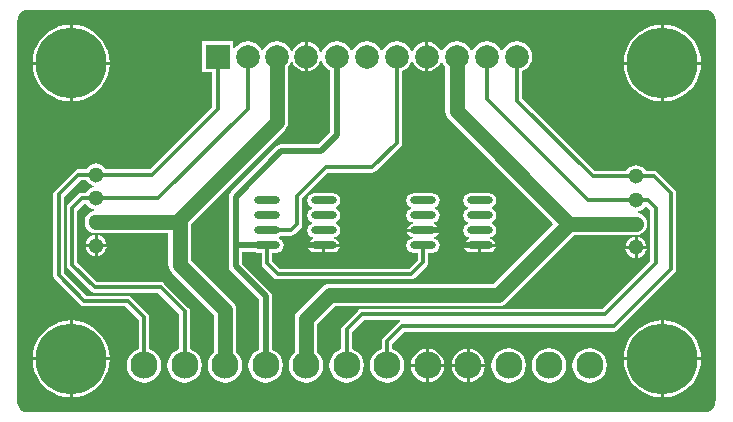
<source format=gtl>
G04 Layer_Physical_Order=1*
G04 Layer_Color=255*
%FSLAX25Y25*%
%MOIN*%
G70*
G01*
G75*
%ADD10O,0.08661X0.02362*%
%ADD11C,0.01181*%
%ADD12C,0.05118*%
%ADD13C,0.01969*%
%ADD14C,0.02362*%
%ADD15C,0.09055*%
%ADD16C,0.23622*%
%ADD17C,0.07874*%
%ADD18R,0.07874X0.07874*%
%ADD19C,0.05118*%
%ADD20C,0.03543*%
G36*
X231532Y135954D02*
X232016Y135890D01*
X232826Y135555D01*
X233521Y135021D01*
X234055Y134326D01*
X234390Y133517D01*
X234489Y132766D01*
Y5894D01*
X234457Y5535D01*
X234444Y5468D01*
X234447Y5416D01*
X234409Y4936D01*
X234345Y4451D01*
X234010Y3641D01*
X233476Y2946D01*
X232781Y2413D01*
X231972Y2077D01*
X231468Y2011D01*
X5029D01*
X4279Y2110D01*
X3469Y2445D01*
X2774Y2979D01*
X2241Y3674D01*
X1905Y4484D01*
X1806Y5234D01*
Y132056D01*
X1806Y132500D01*
X1804Y132552D01*
X1841Y133032D01*
X1905Y133516D01*
X2241Y134326D01*
X2774Y135021D01*
X3469Y135555D01*
X4279Y135890D01*
X5030Y135989D01*
X230556Y135989D01*
X231000Y135989D01*
X231052Y135992D01*
X231532Y135954D01*
D02*
G37*
%LPC*%
G36*
X88205Y125634D02*
X86869Y125458D01*
X85624Y124943D01*
X84555Y124122D01*
X83735Y123053D01*
X83613Y122759D01*
X83113D01*
X82991Y123053D01*
X82171Y124122D01*
X81101Y124943D01*
X79856Y125458D01*
X78520Y125634D01*
X77184Y125458D01*
X75939Y124943D01*
X74870Y124122D01*
X74138Y123169D01*
X73638Y123303D01*
Y125590D01*
X63402D01*
Y115354D01*
X66714D01*
Y103769D01*
X45865Y82919D01*
X31309D01*
X31276Y82999D01*
X30677Y83780D01*
X29895Y84380D01*
X28986Y84757D01*
X28009Y84885D01*
X27033Y84757D01*
X26123Y84380D01*
X25342Y83780D01*
X24742Y82999D01*
X24709Y82919D01*
X22113D01*
X21422Y82782D01*
X20836Y82390D01*
X14223Y75777D01*
X13831Y75191D01*
X13694Y74500D01*
Y47500D01*
X13831Y46809D01*
X14223Y46223D01*
X22723Y37723D01*
X23309Y37331D01*
X24000Y37194D01*
X37752D01*
X42194Y32752D01*
Y22931D01*
X41121Y22487D01*
X39928Y21572D01*
X39013Y20379D01*
X38438Y18990D01*
X38242Y17500D01*
X38438Y16010D01*
X39013Y14621D01*
X39928Y13429D01*
X41121Y12514D01*
X42510Y11938D01*
X44000Y11742D01*
X45490Y11938D01*
X46879Y12514D01*
X48072Y13429D01*
X48987Y14621D01*
X49562Y16010D01*
X49758Y17500D01*
X49562Y18990D01*
X48987Y20379D01*
X48072Y21572D01*
X46879Y22487D01*
X45806Y22931D01*
Y33500D01*
X45669Y34191D01*
X45277Y34777D01*
X39777Y40277D01*
X39191Y40669D01*
X38500Y40806D01*
X24748D01*
X17306Y48248D01*
Y73752D01*
X22861Y79307D01*
X24709D01*
X24742Y79227D01*
X25342Y78445D01*
X26123Y77846D01*
X27033Y77469D01*
X27344Y77428D01*
Y76924D01*
X27033Y76883D01*
X26123Y76506D01*
X25342Y75906D01*
X24742Y75125D01*
X24709Y75045D01*
X23341D01*
X22650Y74908D01*
X22064Y74516D01*
X18723Y71175D01*
X18331Y70589D01*
X18194Y69898D01*
Y51000D01*
X18331Y50309D01*
X18723Y49723D01*
X26223Y42223D01*
X26809Y41831D01*
X27500Y41694D01*
X48752D01*
X55694Y34752D01*
Y22931D01*
X54621Y22487D01*
X53429Y21572D01*
X52513Y20379D01*
X51938Y18990D01*
X51742Y17500D01*
X51938Y16010D01*
X52513Y14621D01*
X53429Y13429D01*
X54621Y12514D01*
X56010Y11938D01*
X57500Y11742D01*
X58990Y11938D01*
X60379Y12514D01*
X61572Y13429D01*
X62486Y14621D01*
X63062Y16010D01*
X63258Y17500D01*
X63062Y18990D01*
X62486Y20379D01*
X61572Y21572D01*
X60379Y22487D01*
X59306Y22931D01*
Y35500D01*
X59169Y36191D01*
X58777Y36777D01*
X50777Y44777D01*
X50191Y45169D01*
X49500Y45306D01*
X28248D01*
X21806Y51748D01*
Y69149D01*
X24089Y71433D01*
X24709D01*
X24742Y71353D01*
X25342Y70571D01*
X26123Y69972D01*
X27033Y69595D01*
X27344Y69554D01*
Y69050D01*
X27033Y69009D01*
X26123Y68632D01*
X25342Y68032D01*
X24742Y67251D01*
X24365Y66341D01*
X24237Y65365D01*
X24365Y64388D01*
X24742Y63479D01*
X25342Y62697D01*
X26123Y62098D01*
X27033Y61721D01*
X28009Y61592D01*
X52092D01*
Y51135D01*
X52221Y50159D01*
X52598Y49249D01*
X53197Y48468D01*
X67228Y34437D01*
Y21801D01*
X66928Y21572D01*
X66013Y20379D01*
X65438Y18990D01*
X65242Y17500D01*
X65438Y16010D01*
X66013Y14621D01*
X66928Y13429D01*
X68121Y12514D01*
X69510Y11938D01*
X71000Y11742D01*
X72490Y11938D01*
X73879Y12514D01*
X75072Y13429D01*
X75986Y14621D01*
X76562Y16010D01*
X76758Y17500D01*
X76562Y18990D01*
X75986Y20379D01*
X75072Y21572D01*
X74772Y21801D01*
Y36000D01*
X74644Y36976D01*
X74267Y37886D01*
X73668Y38668D01*
X59637Y52698D01*
Y64802D01*
X90873Y96038D01*
X91472Y96819D01*
X91849Y97729D01*
X91978Y98705D01*
Y116981D01*
X92676Y117891D01*
X92954Y118562D01*
X93495D01*
X93735Y117982D01*
X94527Y116951D01*
X95558Y116159D01*
X96759Y115662D01*
X97548Y115558D01*
Y120472D01*
Y125386D01*
X96759Y125282D01*
X95558Y124785D01*
X94527Y123993D01*
X93735Y122962D01*
X93495Y122382D01*
X92954D01*
X92676Y123053D01*
X91856Y124122D01*
X90786Y124943D01*
X89541Y125458D01*
X88205Y125634D01*
D02*
G37*
G36*
X168205D02*
X166869Y125458D01*
X165624Y124943D01*
X164555Y124122D01*
X163735Y123053D01*
X163476Y122429D01*
X162935D01*
X162676Y123053D01*
X161856Y124122D01*
X160786Y124943D01*
X159541Y125458D01*
X158205Y125634D01*
X156869Y125458D01*
X155624Y124943D01*
X154555Y124122D01*
X153735Y123053D01*
X153476Y122429D01*
X152935D01*
X152676Y123053D01*
X151856Y124122D01*
X150786Y124943D01*
X149541Y125458D01*
X148205Y125634D01*
X146869Y125458D01*
X145624Y124943D01*
X144555Y124122D01*
X143735Y123053D01*
X143378Y122192D01*
X142837D01*
X142518Y122962D01*
X141727Y123993D01*
X140695Y124785D01*
X139494Y125282D01*
X138705Y125386D01*
Y120472D01*
Y115558D01*
X139494Y115662D01*
X140695Y116159D01*
X141727Y116951D01*
X142518Y117982D01*
X142837Y118752D01*
X143378D01*
X143735Y117891D01*
X144433Y116981D01*
Y102306D01*
X144562Y101329D01*
X144938Y100420D01*
X145538Y99638D01*
X180421Y64756D01*
X160437Y44772D01*
X106000D01*
X105024Y44644D01*
X104114Y44267D01*
X103332Y43668D01*
X95332Y35667D01*
X94733Y34886D01*
X94356Y33976D01*
X94228Y33000D01*
Y21801D01*
X93928Y21572D01*
X93014Y20379D01*
X92438Y18990D01*
X92242Y17500D01*
X92438Y16010D01*
X93014Y14621D01*
X93928Y13429D01*
X95121Y12514D01*
X96510Y11938D01*
X98000Y11742D01*
X99490Y11938D01*
X100879Y12514D01*
X102071Y13429D01*
X102987Y14621D01*
X103562Y16010D01*
X103758Y17500D01*
X103562Y18990D01*
X102987Y20379D01*
X102071Y21572D01*
X101772Y21801D01*
Y31437D01*
X107563Y37228D01*
X162000D01*
X162976Y37356D01*
X163886Y37733D01*
X164667Y38333D01*
X187324Y60989D01*
X207991D01*
X208967Y61117D01*
X209877Y61494D01*
X210658Y62094D01*
X211258Y62875D01*
X211635Y63785D01*
X211763Y64761D01*
X211635Y65737D01*
X211258Y66647D01*
X210658Y67429D01*
X209877Y68028D01*
X208967Y68405D01*
X208656Y68446D01*
Y68950D01*
X208967Y68991D01*
X209877Y69368D01*
X210658Y69968D01*
X211000Y70414D01*
X211499Y70446D01*
X212694Y69252D01*
Y52248D01*
X196752Y36306D01*
X116500D01*
X115809Y36169D01*
X115223Y35777D01*
X110223Y30777D01*
X109831Y30191D01*
X109694Y29500D01*
Y22931D01*
X108621Y22487D01*
X107429Y21572D01*
X106514Y20379D01*
X105938Y18990D01*
X105742Y17500D01*
X105938Y16010D01*
X106514Y14621D01*
X107429Y13429D01*
X108621Y12514D01*
X110010Y11938D01*
X111500Y11742D01*
X112990Y11938D01*
X114379Y12514D01*
X115571Y13429D01*
X116487Y14621D01*
X117062Y16010D01*
X117258Y17500D01*
X117062Y18990D01*
X116487Y20379D01*
X115571Y21572D01*
X114379Y22487D01*
X113306Y22931D01*
Y28752D01*
X117248Y32694D01*
X129384D01*
X129433Y32194D01*
X129309Y32169D01*
X128723Y31777D01*
X123723Y26777D01*
X123331Y26191D01*
X123194Y25500D01*
Y22931D01*
X122121Y22487D01*
X120929Y21572D01*
X120013Y20379D01*
X119438Y18990D01*
X119242Y17500D01*
X119438Y16010D01*
X120013Y14621D01*
X120929Y13429D01*
X122121Y12514D01*
X123510Y11938D01*
X125000Y11742D01*
X126490Y11938D01*
X127879Y12514D01*
X129071Y13429D01*
X129987Y14621D01*
X130562Y16010D01*
X130758Y17500D01*
X130562Y18990D01*
X129987Y20379D01*
X129071Y21572D01*
X127879Y22487D01*
X126806Y22931D01*
Y24752D01*
X130748Y28694D01*
X200500D01*
X201191Y28831D01*
X201777Y29223D01*
X220777Y48223D01*
X221169Y48809D01*
X221306Y49500D01*
Y75000D01*
X221169Y75691D01*
X220777Y76277D01*
X215268Y81787D01*
X214682Y82178D01*
X213991Y82316D01*
X211291D01*
X211258Y82395D01*
X210658Y83177D01*
X209877Y83776D01*
X208967Y84153D01*
X207991Y84282D01*
X207014Y84153D01*
X206105Y83776D01*
X205323Y83177D01*
X204724Y82395D01*
X204691Y82316D01*
X194239D01*
X170012Y106543D01*
Y115680D01*
X170786Y116001D01*
X171856Y116822D01*
X172676Y117891D01*
X173192Y119136D01*
X173368Y120472D01*
X173192Y121808D01*
X172676Y123053D01*
X171856Y124122D01*
X170786Y124943D01*
X169541Y125458D01*
X168205Y125634D01*
D02*
G37*
G36*
X128205D02*
X126869Y125458D01*
X125624Y124943D01*
X124555Y124122D01*
X123735Y123053D01*
X123476Y122429D01*
X122935D01*
X122676Y123053D01*
X121856Y124122D01*
X120786Y124943D01*
X119541Y125458D01*
X118205Y125634D01*
X116869Y125458D01*
X115624Y124943D01*
X114555Y124122D01*
X113735Y123053D01*
X113476Y122429D01*
X112935D01*
X112676Y123053D01*
X111856Y124122D01*
X110786Y124943D01*
X109541Y125458D01*
X108205Y125634D01*
X106869Y125458D01*
X105624Y124943D01*
X104555Y124122D01*
X103735Y123053D01*
X103299Y122002D01*
X102758D01*
X102360Y122962D01*
X101569Y123993D01*
X100538Y124785D01*
X99337Y125282D01*
X98548Y125386D01*
Y120472D01*
Y115558D01*
X99337Y115662D01*
X100538Y116159D01*
X101569Y116951D01*
X102360Y117982D01*
X102758Y118942D01*
X103299D01*
X103735Y117891D01*
X104555Y116822D01*
X105624Y116001D01*
X105998Y115847D01*
Y95120D01*
X102085Y91208D01*
X89700D01*
X88855Y91040D01*
X88139Y90561D01*
X72939Y75361D01*
X72460Y74645D01*
X72292Y73800D01*
Y57500D01*
Y50500D01*
X72460Y49655D01*
X72939Y48939D01*
X82292Y39586D01*
Y22764D01*
X81621Y22487D01*
X80428Y21572D01*
X79514Y20379D01*
X78938Y18990D01*
X78742Y17500D01*
X78938Y16010D01*
X79514Y14621D01*
X80428Y13429D01*
X81621Y12514D01*
X83010Y11938D01*
X84500Y11742D01*
X85990Y11938D01*
X87379Y12514D01*
X88572Y13429D01*
X89486Y14621D01*
X90062Y16010D01*
X90258Y17500D01*
X90062Y18990D01*
X89486Y20379D01*
X88572Y21572D01*
X87379Y22487D01*
X86708Y22764D01*
Y40500D01*
X86540Y41345D01*
X86061Y42061D01*
X76708Y51415D01*
Y55292D01*
X80903D01*
X80929Y55275D01*
X81850Y55092D01*
X83194D01*
Y51500D01*
X83331Y50809D01*
X83723Y50223D01*
X87223Y46723D01*
X87809Y46331D01*
X88500Y46194D01*
X133000D01*
X133691Y46331D01*
X134277Y46723D01*
X138277Y50723D01*
X138669Y51309D01*
X138806Y52000D01*
Y55092D01*
X140150D01*
X141071Y55275D01*
X141853Y55797D01*
X142375Y56578D01*
X142558Y57500D01*
X142375Y58422D01*
X141853Y59203D01*
X141071Y59725D01*
X140507Y59837D01*
Y60347D01*
X141001Y60445D01*
X141722Y60927D01*
X142204Y61649D01*
X142274Y62000D01*
X137000D01*
X131726D01*
X131796Y61649D01*
X132278Y60927D01*
X132999Y60445D01*
X133493Y60347D01*
Y59837D01*
X132929Y59725D01*
X132147Y59203D01*
X131625Y58422D01*
X131442Y57500D01*
X131625Y56578D01*
X132147Y55797D01*
X132929Y55275D01*
X133850Y55092D01*
X135194D01*
Y52748D01*
X132252Y49806D01*
X89248D01*
X86806Y52248D01*
Y55092D01*
X88150D01*
X89071Y55275D01*
X89853Y55797D01*
X90375Y56578D01*
X90558Y57500D01*
X90375Y58422D01*
X89853Y59203D01*
X89071Y59725D01*
X88971Y59745D01*
Y60255D01*
X89071Y60275D01*
X89698Y60694D01*
X93000D01*
X93691Y60831D01*
X94277Y61223D01*
X96277Y63223D01*
X96669Y63809D01*
X96806Y64500D01*
Y73252D01*
X105248Y81694D01*
X120000D01*
X120691Y81831D01*
X121277Y82223D01*
X129483Y90428D01*
X129874Y91014D01*
X130012Y91705D01*
Y115680D01*
X130787Y116001D01*
X131856Y116822D01*
X132676Y117891D01*
X133033Y118752D01*
X133574D01*
X133893Y117982D01*
X134684Y116951D01*
X135715Y116159D01*
X136916Y115662D01*
X137705Y115558D01*
Y120472D01*
Y125386D01*
X136916Y125282D01*
X135715Y124785D01*
X134684Y123993D01*
X133893Y122962D01*
X133574Y122192D01*
X133033D01*
X132676Y123053D01*
X131856Y124122D01*
X130787Y124943D01*
X129541Y125458D01*
X128205Y125634D01*
D02*
G37*
G36*
X217315Y131126D02*
Y118815D01*
X229626D01*
X229507Y120325D01*
X229037Y122286D01*
X228265Y124149D01*
X227211Y125868D01*
X225902Y127402D01*
X224368Y128711D01*
X222649Y129765D01*
X220786Y130537D01*
X218825Y131007D01*
X217315Y131126D01*
D02*
G37*
G36*
X216315D02*
X214805Y131007D01*
X212844Y130537D01*
X210981Y129765D01*
X209261Y128711D01*
X207728Y127402D01*
X206419Y125868D01*
X205365Y124149D01*
X204593Y122286D01*
X204122Y120325D01*
X204004Y118815D01*
X216315D01*
Y131126D01*
D02*
G37*
G36*
X20185D02*
Y118815D01*
X32496D01*
X32377Y120325D01*
X31907Y122286D01*
X31135Y124149D01*
X30081Y125868D01*
X28772Y127402D01*
X27239Y128711D01*
X25519Y129765D01*
X23656Y130537D01*
X21695Y131007D01*
X20185Y131126D01*
D02*
G37*
G36*
X19185D02*
X17675Y131007D01*
X15714Y130537D01*
X13851Y129765D01*
X12132Y128711D01*
X10598Y127402D01*
X9289Y125868D01*
X8235Y124149D01*
X7463Y122286D01*
X6993Y120325D01*
X6874Y118815D01*
X19185D01*
Y131126D01*
D02*
G37*
G36*
X229626Y117815D02*
X217315D01*
Y105504D01*
X218825Y105622D01*
X220786Y106093D01*
X222649Y106865D01*
X224368Y107919D01*
X225902Y109228D01*
X227211Y110762D01*
X228265Y112481D01*
X229037Y114344D01*
X229507Y116305D01*
X229626Y117815D01*
D02*
G37*
G36*
X216315D02*
X204004D01*
X204122Y116305D01*
X204593Y114344D01*
X205365Y112481D01*
X206419Y110762D01*
X207728Y109228D01*
X209261Y107919D01*
X210981Y106865D01*
X212844Y106093D01*
X214805Y105622D01*
X216315Y105504D01*
Y117815D01*
D02*
G37*
G36*
X32496D02*
X20185D01*
Y105504D01*
X21695Y105622D01*
X23656Y106093D01*
X25519Y106865D01*
X27239Y107919D01*
X28772Y109228D01*
X30081Y110762D01*
X31135Y112481D01*
X31907Y114344D01*
X32377Y116305D01*
X32496Y117815D01*
D02*
G37*
G36*
X19185D02*
X6874D01*
X6993Y116305D01*
X7463Y114344D01*
X8235Y112481D01*
X9289Y110762D01*
X10598Y109228D01*
X12132Y107919D01*
X13851Y106865D01*
X15714Y106093D01*
X17675Y105622D01*
X19185Y105504D01*
Y117815D01*
D02*
G37*
G36*
X140150Y74909D02*
X133850D01*
X132929Y74725D01*
X132147Y74203D01*
X131625Y73422D01*
X131442Y72500D01*
X131625Y71578D01*
X132147Y70797D01*
X132929Y70275D01*
X133029Y70255D01*
Y69745D01*
X132929Y69725D01*
X132147Y69203D01*
X131625Y68422D01*
X131442Y67500D01*
X131625Y66578D01*
X132147Y65797D01*
X132929Y65275D01*
X133493Y65163D01*
Y64653D01*
X132999Y64555D01*
X132278Y64073D01*
X131796Y63351D01*
X131726Y63000D01*
X137000D01*
X142274D01*
X142204Y63351D01*
X141722Y64073D01*
X141001Y64555D01*
X140507Y64653D01*
Y65163D01*
X141071Y65275D01*
X141853Y65797D01*
X142375Y66578D01*
X142558Y67500D01*
X142375Y68422D01*
X141853Y69203D01*
X141071Y69725D01*
X140971Y69745D01*
Y70255D01*
X141071Y70275D01*
X141853Y70797D01*
X142375Y71578D01*
X142558Y72500D01*
X142375Y73422D01*
X141853Y74203D01*
X141071Y74725D01*
X140150Y74909D01*
D02*
G37*
G36*
X159047D02*
X152748D01*
X151826Y74725D01*
X151045Y74203D01*
X150523Y73422D01*
X150340Y72500D01*
X150523Y71578D01*
X151045Y70797D01*
X151826Y70275D01*
X151927Y70255D01*
Y69745D01*
X151826Y69725D01*
X151045Y69203D01*
X150523Y68422D01*
X150340Y67500D01*
X150523Y66578D01*
X151045Y65797D01*
X151826Y65275D01*
X151927Y65255D01*
Y64745D01*
X151826Y64725D01*
X151045Y64203D01*
X150523Y63422D01*
X150340Y62500D01*
X150523Y61578D01*
X151045Y60797D01*
X151826Y60275D01*
X152391Y60163D01*
Y59653D01*
X151897Y59554D01*
X151175Y59073D01*
X150694Y58351D01*
X150624Y58000D01*
X155898D01*
X161172D01*
X161102Y58351D01*
X160620Y59073D01*
X159898Y59554D01*
X159405Y59653D01*
Y60163D01*
X159969Y60275D01*
X160750Y60797D01*
X161272Y61578D01*
X161456Y62500D01*
X161272Y63422D01*
X160750Y64203D01*
X159969Y64725D01*
X159869Y64745D01*
Y65255D01*
X159969Y65275D01*
X160750Y65797D01*
X161272Y66578D01*
X161456Y67500D01*
X161272Y68422D01*
X160750Y69203D01*
X159969Y69725D01*
X159869Y69745D01*
Y70255D01*
X159969Y70275D01*
X160750Y70797D01*
X161272Y71578D01*
X161456Y72500D01*
X161272Y73422D01*
X160750Y74203D01*
X159969Y74725D01*
X159047Y74909D01*
D02*
G37*
G36*
X107047D02*
X100748D01*
X99826Y74725D01*
X99045Y74203D01*
X98523Y73422D01*
X98339Y72500D01*
X98523Y71578D01*
X99045Y70797D01*
X99826Y70275D01*
X99927Y70255D01*
Y69745D01*
X99826Y69725D01*
X99045Y69203D01*
X98523Y68422D01*
X98339Y67500D01*
X98523Y66578D01*
X99045Y65797D01*
X99826Y65275D01*
X99927Y65255D01*
Y64745D01*
X99826Y64725D01*
X99045Y64203D01*
X98523Y63422D01*
X98339Y62500D01*
X98523Y61578D01*
X99045Y60797D01*
X99826Y60275D01*
X100391Y60163D01*
Y59653D01*
X99897Y59554D01*
X99176Y59073D01*
X98694Y58351D01*
X98624Y58000D01*
X103898D01*
X109172D01*
X109102Y58351D01*
X108620Y59073D01*
X107898Y59554D01*
X107404Y59653D01*
Y60163D01*
X107969Y60275D01*
X108750Y60797D01*
X109272Y61578D01*
X109456Y62500D01*
X109272Y63422D01*
X108750Y64203D01*
X107969Y64725D01*
X107869Y64745D01*
Y65255D01*
X107969Y65275D01*
X108750Y65797D01*
X109272Y66578D01*
X109456Y67500D01*
X109272Y68422D01*
X108750Y69203D01*
X107969Y69725D01*
X107869Y69745D01*
Y70255D01*
X107969Y70275D01*
X108750Y70797D01*
X109272Y71578D01*
X109456Y72500D01*
X109272Y73422D01*
X108750Y74203D01*
X107969Y74725D01*
X107047Y74909D01*
D02*
G37*
G36*
X28509Y61015D02*
Y57991D01*
X31533D01*
X31477Y58420D01*
X31118Y59286D01*
X30548Y60029D01*
X29804Y60600D01*
X28938Y60958D01*
X28509Y61015D01*
D02*
G37*
G36*
X27509D02*
X27080Y60958D01*
X26214Y60600D01*
X25471Y60029D01*
X24900Y59286D01*
X24542Y58420D01*
X24485Y57991D01*
X27509D01*
Y61015D01*
D02*
G37*
G36*
X208491Y60411D02*
Y57387D01*
X211515D01*
X211458Y57816D01*
X211100Y58682D01*
X210529Y59425D01*
X209786Y59996D01*
X208920Y60355D01*
X208491Y60411D01*
D02*
G37*
G36*
X207491D02*
X207062Y60355D01*
X206196Y59996D01*
X205452Y59425D01*
X204882Y58682D01*
X204523Y57816D01*
X204467Y57387D01*
X207491D01*
Y60411D01*
D02*
G37*
G36*
X161172Y57000D02*
X156398D01*
Y55276D01*
X159047D01*
X159898Y55445D01*
X160620Y55927D01*
X161102Y56649D01*
X161172Y57000D01*
D02*
G37*
G36*
X155398D02*
X150624D01*
X150694Y56649D01*
X151175Y55927D01*
X151897Y55445D01*
X152748Y55276D01*
X155398D01*
Y57000D01*
D02*
G37*
G36*
X109172D02*
X104398D01*
Y55276D01*
X107047D01*
X107898Y55445D01*
X108620Y55927D01*
X109102Y56649D01*
X109172Y57000D01*
D02*
G37*
G36*
X103398D02*
X98624D01*
X98694Y56649D01*
X99176Y55927D01*
X99897Y55445D01*
X100748Y55276D01*
X103398D01*
Y57000D01*
D02*
G37*
G36*
X31533Y56991D02*
X28509D01*
Y53967D01*
X28938Y54023D01*
X29804Y54382D01*
X30548Y54952D01*
X31118Y55696D01*
X31477Y56562D01*
X31533Y56991D01*
D02*
G37*
G36*
X27509D02*
X24485D01*
X24542Y56562D01*
X24900Y55696D01*
X25471Y54952D01*
X26214Y54382D01*
X27080Y54023D01*
X27509Y53967D01*
Y56991D01*
D02*
G37*
G36*
X211515Y56387D02*
X208491D01*
Y53363D01*
X208920Y53420D01*
X209786Y53778D01*
X210529Y54349D01*
X211100Y55092D01*
X211458Y55958D01*
X211515Y56387D01*
D02*
G37*
G36*
X207491D02*
X204467D01*
X204523Y55958D01*
X204882Y55092D01*
X205452Y54349D01*
X206196Y53778D01*
X207062Y53420D01*
X207491Y53363D01*
Y56387D01*
D02*
G37*
G36*
X217315Y32496D02*
Y20185D01*
X229626D01*
X229507Y21695D01*
X229037Y23656D01*
X228265Y25519D01*
X227211Y27239D01*
X225902Y28772D01*
X224368Y30081D01*
X222649Y31135D01*
X220786Y31907D01*
X218825Y32377D01*
X217315Y32496D01*
D02*
G37*
G36*
X216315D02*
X214805Y32377D01*
X212844Y31907D01*
X210981Y31135D01*
X209261Y30081D01*
X207728Y28772D01*
X206419Y27239D01*
X205365Y25519D01*
X204593Y23656D01*
X204122Y21695D01*
X204004Y20185D01*
X216315D01*
Y32496D01*
D02*
G37*
G36*
X20185D02*
Y20185D01*
X32496D01*
X32377Y21695D01*
X31907Y23656D01*
X31135Y25519D01*
X30081Y27239D01*
X28772Y28772D01*
X27239Y30081D01*
X25519Y31135D01*
X23656Y31907D01*
X21695Y32377D01*
X20185Y32496D01*
D02*
G37*
G36*
X19185D02*
X17675Y32377D01*
X15714Y31907D01*
X13851Y31135D01*
X12132Y30081D01*
X10598Y28772D01*
X9289Y27239D01*
X8235Y25519D01*
X7463Y23656D01*
X6993Y21695D01*
X6874Y20185D01*
X19185D01*
Y32496D01*
D02*
G37*
G36*
X152500Y23009D02*
Y18000D01*
X157509D01*
X157385Y18943D01*
X156828Y20288D01*
X155942Y21442D01*
X154788Y22328D01*
X153443Y22885D01*
X152500Y23009D01*
D02*
G37*
G36*
X151500D02*
X150557Y22885D01*
X149212Y22328D01*
X148058Y21442D01*
X147172Y20288D01*
X146615Y18943D01*
X146491Y18000D01*
X151500D01*
Y23009D01*
D02*
G37*
G36*
X139000D02*
Y18000D01*
X144009D01*
X143885Y18943D01*
X143328Y20288D01*
X142442Y21442D01*
X141288Y22328D01*
X139943Y22885D01*
X139000Y23009D01*
D02*
G37*
G36*
X138000D02*
X137057Y22885D01*
X135712Y22328D01*
X134558Y21442D01*
X133672Y20288D01*
X133115Y18943D01*
X132991Y18000D01*
X138000D01*
Y23009D01*
D02*
G37*
G36*
X157509Y17000D02*
X152500D01*
Y11991D01*
X153443Y12115D01*
X154788Y12672D01*
X155942Y13558D01*
X156828Y14712D01*
X157385Y16057D01*
X157509Y17000D01*
D02*
G37*
G36*
X151500D02*
X146491D01*
X146615Y16057D01*
X147172Y14712D01*
X148058Y13558D01*
X149212Y12672D01*
X150557Y12115D01*
X151500Y11991D01*
Y17000D01*
D02*
G37*
G36*
X144009D02*
X139000D01*
Y11991D01*
X139943Y12115D01*
X141288Y12672D01*
X142442Y13558D01*
X143328Y14712D01*
X143885Y16057D01*
X144009Y17000D01*
D02*
G37*
G36*
X138000D02*
X132991D01*
X133115Y16057D01*
X133672Y14712D01*
X134558Y13558D01*
X135712Y12672D01*
X137057Y12115D01*
X138000Y11991D01*
Y17000D01*
D02*
G37*
G36*
X192500Y23258D02*
X191010Y23062D01*
X189621Y22487D01*
X188428Y21572D01*
X187513Y20379D01*
X186938Y18990D01*
X186742Y17500D01*
X186938Y16010D01*
X187513Y14621D01*
X188428Y13429D01*
X189621Y12514D01*
X191010Y11938D01*
X192500Y11742D01*
X193990Y11938D01*
X195379Y12514D01*
X196572Y13429D01*
X197486Y14621D01*
X198062Y16010D01*
X198258Y17500D01*
X198062Y18990D01*
X197486Y20379D01*
X196572Y21572D01*
X195379Y22487D01*
X193990Y23062D01*
X192500Y23258D01*
D02*
G37*
G36*
X179000D02*
X177510Y23062D01*
X176121Y22487D01*
X174928Y21572D01*
X174013Y20379D01*
X173438Y18990D01*
X173242Y17500D01*
X173438Y16010D01*
X174013Y14621D01*
X174928Y13429D01*
X176121Y12514D01*
X177510Y11938D01*
X179000Y11742D01*
X180490Y11938D01*
X181879Y12514D01*
X183071Y13429D01*
X183986Y14621D01*
X184562Y16010D01*
X184758Y17500D01*
X184562Y18990D01*
X183986Y20379D01*
X183071Y21572D01*
X181879Y22487D01*
X180490Y23062D01*
X179000Y23258D01*
D02*
G37*
G36*
X165500D02*
X164010Y23062D01*
X162621Y22487D01*
X161428Y21572D01*
X160513Y20379D01*
X159938Y18990D01*
X159742Y17500D01*
X159938Y16010D01*
X160513Y14621D01*
X161428Y13429D01*
X162621Y12514D01*
X164010Y11938D01*
X165500Y11742D01*
X166990Y11938D01*
X168379Y12514D01*
X169571Y13429D01*
X170486Y14621D01*
X171062Y16010D01*
X171258Y17500D01*
X171062Y18990D01*
X170486Y20379D01*
X169571Y21572D01*
X168379Y22487D01*
X166990Y23062D01*
X165500Y23258D01*
D02*
G37*
G36*
X229626Y19185D02*
X217315D01*
Y6874D01*
X218825Y6993D01*
X220786Y7463D01*
X222649Y8235D01*
X224368Y9289D01*
X225902Y10598D01*
X227211Y12132D01*
X228265Y13851D01*
X229037Y15714D01*
X229507Y17675D01*
X229626Y19185D01*
D02*
G37*
G36*
X216315D02*
X204004D01*
X204122Y17675D01*
X204593Y15714D01*
X205365Y13851D01*
X206419Y12132D01*
X207728Y10598D01*
X209261Y9289D01*
X210981Y8235D01*
X212844Y7463D01*
X214805Y6993D01*
X216315Y6874D01*
Y19185D01*
D02*
G37*
G36*
X32496D02*
X20185D01*
Y6874D01*
X21695Y6993D01*
X23656Y7463D01*
X25519Y8235D01*
X27239Y9289D01*
X28772Y10598D01*
X30081Y12132D01*
X31135Y13851D01*
X31907Y15714D01*
X32377Y17675D01*
X32496Y19185D01*
D02*
G37*
G36*
X19185D02*
X6874D01*
X6993Y17675D01*
X7463Y15714D01*
X8235Y13851D01*
X9289Y12132D01*
X10598Y10598D01*
X12132Y9289D01*
X13851Y8235D01*
X15714Y7463D01*
X17675Y6993D01*
X19185Y6874D01*
Y19185D01*
D02*
G37*
%LPD*%
D10*
X103898Y57500D02*
D03*
Y62500D02*
D03*
Y67500D02*
D03*
Y72500D02*
D03*
X85000Y57500D02*
D03*
Y62500D02*
D03*
Y67500D02*
D03*
Y72500D02*
D03*
X155898Y57500D02*
D03*
Y62500D02*
D03*
Y67500D02*
D03*
Y72500D02*
D03*
X137000Y57500D02*
D03*
Y62500D02*
D03*
Y67500D02*
D03*
Y72500D02*
D03*
D11*
X193491Y80509D02*
X207991D01*
X168205Y105795D02*
X193491Y80509D01*
X168205Y105795D02*
Y120472D01*
X191865Y72635D02*
X207991D01*
X158205Y106295D02*
X191865Y72635D01*
X158205Y106295D02*
Y120472D01*
X44000Y17500D02*
Y33500D01*
X38500Y39000D02*
X44000Y33500D01*
X24000Y39000D02*
X38500D01*
X15500Y47500D02*
X24000Y39000D01*
X15500Y74500D02*
X22113Y81113D01*
X15500Y47500D02*
Y74500D01*
X20000Y51000D02*
X27500Y43500D01*
X20000Y51000D02*
Y69898D01*
X23341Y73239D01*
X28009D01*
X57500Y17500D02*
Y35500D01*
X49500Y43500D02*
X57500Y35500D01*
X27500Y43500D02*
X49500D01*
X120000Y83500D02*
X128205Y91705D01*
X104500Y83500D02*
X120000D01*
X95000Y74000D02*
X104500Y83500D01*
X78520Y103020D02*
Y120472D01*
X48739Y73239D02*
X78520Y103020D01*
X28009Y73239D02*
X48739D01*
X68520Y103020D02*
Y120472D01*
X46613Y81113D02*
X68520Y103020D01*
X28009Y81113D02*
X46613D01*
X95000Y64500D02*
Y74000D01*
X125000Y17500D02*
Y25500D01*
X130000Y30500D01*
X200500D01*
X197500Y34500D02*
X214500Y51500D01*
X116500Y34500D02*
X197500D01*
X111500Y29500D02*
X116500Y34500D01*
X213991Y80509D02*
X219500Y75000D01*
Y49500D02*
Y75000D01*
X200500Y30500D02*
X219500Y49500D01*
X207991Y80509D02*
X213991D01*
X214500Y51500D02*
Y70000D01*
X211865Y72635D02*
X214500Y70000D01*
X207991Y72635D02*
X211865D01*
X111500Y17500D02*
Y29500D01*
X137000Y52000D02*
Y57500D01*
X133000Y48000D02*
X137000Y52000D01*
X88500Y48000D02*
X133000D01*
X128205Y91705D02*
Y120472D01*
X85000Y51500D02*
Y57500D01*
Y62500D02*
X93000D01*
X95000Y64500D01*
X85000Y51500D02*
X88500Y48000D01*
X22113Y81113D02*
X28009D01*
D12*
X162000Y41000D02*
X185756Y64756D01*
X148205Y102306D02*
X185756Y64756D01*
X148205Y102306D02*
Y120472D01*
X106000Y41000D02*
X162000D01*
X71000Y17500D02*
Y36000D01*
X55865Y51135D02*
X71000Y36000D01*
X55865Y51135D02*
Y66365D01*
X88205Y98705D02*
Y120472D01*
X55865Y66365D02*
X88205Y98705D01*
X185750Y64761D02*
X207991D01*
X98000Y33000D02*
X106000Y41000D01*
X98000Y17000D02*
Y33000D01*
X28009Y65365D02*
X55865D01*
D13*
X103000Y89000D02*
X108205Y94205D01*
X89700Y89000D02*
X103000D01*
X74500Y73800D02*
X89700Y89000D01*
X84500Y17500D02*
Y40500D01*
X74500Y50500D02*
X84500Y40500D01*
X74500Y50500D02*
Y57500D01*
Y73800D01*
X108205Y94205D02*
Y120472D01*
X74500Y57500D02*
X85000D01*
X147000D02*
X155898D01*
X95000D02*
X103898D01*
X137000Y62500D02*
X145000D01*
X147000Y60500D01*
Y57500D02*
Y60500D01*
D14*
X216803Y10551D02*
D03*
X223242Y13283D02*
D03*
X225954Y19651D02*
D03*
X223242Y26294D02*
D03*
X216800Y28830D02*
D03*
X210257Y26141D02*
D03*
X207620Y19750D02*
D03*
X210105Y13232D02*
D03*
X19673Y10551D02*
D03*
X26112Y13283D02*
D03*
X28824Y19651D02*
D03*
X26112Y26294D02*
D03*
X19671Y28830D02*
D03*
X13127Y26141D02*
D03*
X10490Y19750D02*
D03*
X12975Y13232D02*
D03*
Y111862D02*
D03*
X10490Y118380D02*
D03*
X13127Y124771D02*
D03*
X19671Y127460D02*
D03*
X26112Y124923D02*
D03*
X28824Y118281D02*
D03*
X26112Y111913D02*
D03*
X19673Y109180D02*
D03*
X216803D02*
D03*
X223242Y111913D02*
D03*
X225954Y118281D02*
D03*
X223242Y124923D02*
D03*
X216800Y127460D02*
D03*
X210257Y124771D02*
D03*
X207620Y118380D02*
D03*
X210105Y111862D02*
D03*
D15*
X192500Y17500D02*
D03*
X179000D02*
D03*
X165500D02*
D03*
X152000D02*
D03*
X138500D02*
D03*
X125000D02*
D03*
X111500D02*
D03*
X98000D02*
D03*
X84500D02*
D03*
X71000D02*
D03*
X57500D02*
D03*
X44000D02*
D03*
D16*
X216815Y19685D02*
D03*
X19685D02*
D03*
Y118315D02*
D03*
X216815D02*
D03*
D17*
X168205Y120472D02*
D03*
X118205D02*
D03*
X108205D02*
D03*
X98048D02*
D03*
X88205D02*
D03*
X78520D02*
D03*
X128205D02*
D03*
X138205D02*
D03*
X148205D02*
D03*
X158205D02*
D03*
D18*
X68520D02*
D03*
D19*
X207991Y72635D02*
D03*
Y80509D02*
D03*
Y64761D02*
D03*
Y56887D02*
D03*
X28009Y65365D02*
D03*
Y57491D02*
D03*
Y73239D02*
D03*
Y81113D02*
D03*
D20*
X95000Y57500D02*
D03*
X147000D02*
D03*
M02*

</source>
